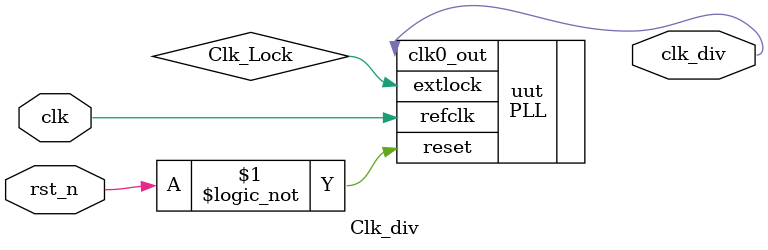
<source format=v>
`timescale 1ns/1ns
module Clk_div
( 
	input  wire		clk,
	input  wire		rst_n,

	output wire 	clk_div
);

wire	Clk_Lock;

PLL uut
(
	.refclk		(clk		),
	.reset		(!rst_n		),
	
	.clk0_out	(clk_div	),
	.extlock	(Clk_Lock	)
);

endmodule

</source>
